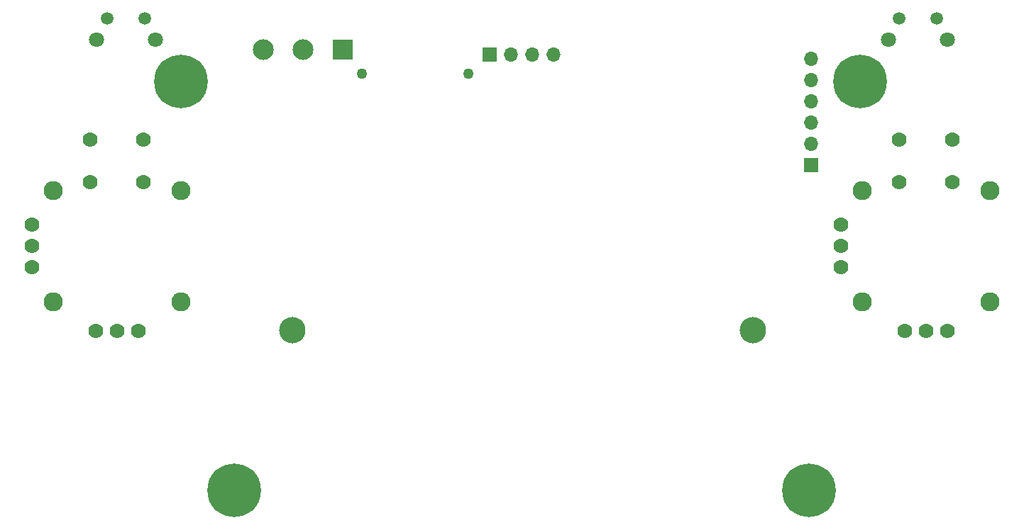
<source format=gbr>
%TF.GenerationSoftware,KiCad,Pcbnew,5.1.12-84ad8e8a86~92~ubuntu18.04.1*%
%TF.CreationDate,2021-12-07T10:10:18-05:00*%
%TF.ProjectId,Makers-Unified-Controller,4d616b65-7273-42d5-956e-69666965642d,rev?*%
%TF.SameCoordinates,Original*%
%TF.FileFunction,Soldermask,Bot*%
%TF.FilePolarity,Negative*%
%FSLAX46Y46*%
G04 Gerber Fmt 4.6, Leading zero omitted, Abs format (unit mm)*
G04 Created by KiCad (PCBNEW 5.1.12-84ad8e8a86~92~ubuntu18.04.1) date 2021-12-07 10:10:18*
%MOMM*%
%LPD*%
G01*
G04 APERTURE LIST*
%ADD10C,1.263000*%
%ADD11C,3.150000*%
%ADD12C,1.778000*%
%ADD13C,2.286000*%
%ADD14C,1.498600*%
%ADD15C,1.803400*%
%ADD16R,2.475000X2.475000*%
%ADD17C,2.475000*%
%ADD18O,1.700000X1.700000*%
%ADD19R,1.700000X1.700000*%
%ADD20C,0.800000*%
%ADD21C,6.400000*%
G04 APERTURE END LIST*
D10*
%TO.C,BT1*%
X142240000Y-61910000D03*
X154940000Y-61910000D03*
D11*
X133940000Y-92610000D03*
X188940000Y-92610000D03*
%TD*%
D12*
%TO.C,U1*%
X109855000Y-69850000D03*
X116205000Y-69850000D03*
X109855000Y-74930000D03*
X116205000Y-74930000D03*
X110490000Y-92710000D03*
X113030000Y-92710000D03*
X115570000Y-92710000D03*
D13*
X105410000Y-75882500D03*
X105410000Y-89217500D03*
X120650000Y-89217500D03*
X120650000Y-75882500D03*
D12*
X102870000Y-80010000D03*
X102870000Y-82550000D03*
X102870000Y-85090000D03*
%TD*%
%TO.C,U4*%
X206375000Y-69850000D03*
X212725000Y-69850000D03*
X206375000Y-74930000D03*
X212725000Y-74930000D03*
X207010000Y-92710000D03*
X209550000Y-92710000D03*
X212090000Y-92710000D03*
D13*
X201930000Y-75882500D03*
X201930000Y-89217500D03*
X217170000Y-89217500D03*
X217170000Y-75882500D03*
D12*
X199390000Y-80010000D03*
X199390000Y-82550000D03*
X199390000Y-85090000D03*
%TD*%
D14*
%TO.C,SW5*%
X116332000Y-55372000D03*
X111831999Y-55372000D03*
D15*
X117587000Y-57862299D03*
X110576999Y-57862299D03*
%TD*%
D14*
%TO.C,SW4*%
X210820000Y-55372000D03*
X206319999Y-55372000D03*
D15*
X212075000Y-57862299D03*
X205064999Y-57862299D03*
%TD*%
D16*
%TO.C,SW1*%
X140005000Y-59055000D03*
D17*
X135255000Y-59055000D03*
X130505000Y-59055000D03*
%TD*%
D18*
%TO.C,J2*%
X195834000Y-60198000D03*
X195834000Y-62738000D03*
X195834000Y-65278000D03*
X195834000Y-67818000D03*
X195834000Y-70358000D03*
D19*
X195834000Y-72898000D03*
%TD*%
D20*
%TO.C,H4*%
X197277056Y-110062944D03*
X195580000Y-109360000D03*
X193882944Y-110062944D03*
X193180000Y-111760000D03*
X193882944Y-113457056D03*
X195580000Y-114160000D03*
X197277056Y-113457056D03*
X197980000Y-111760000D03*
D21*
X195580000Y-111760000D03*
%TD*%
D20*
%TO.C,H3*%
X122347056Y-61167944D03*
X120650000Y-60465000D03*
X118952944Y-61167944D03*
X118250000Y-62865000D03*
X118952944Y-64562056D03*
X120650000Y-65265000D03*
X122347056Y-64562056D03*
X123050000Y-62865000D03*
D21*
X120650000Y-62865000D03*
%TD*%
D20*
%TO.C,H2*%
X203419112Y-61167944D03*
X201722056Y-60465000D03*
X200025000Y-61167944D03*
X199322056Y-62865000D03*
X200025000Y-64562056D03*
X201722056Y-65265000D03*
X203419112Y-64562056D03*
X204122056Y-62865000D03*
D21*
X201722056Y-62865000D03*
%TD*%
D20*
%TO.C,H1*%
X128697056Y-110062944D03*
X127000000Y-109360000D03*
X125302944Y-110062944D03*
X124600000Y-111760000D03*
X125302944Y-113457056D03*
X127000000Y-114160000D03*
X128697056Y-113457056D03*
X129400000Y-111760000D03*
D21*
X127000000Y-111760000D03*
%TD*%
D18*
%TO.C,A1*%
X165100000Y-59690000D03*
X162560000Y-59690000D03*
X160020000Y-59690000D03*
D19*
X157480000Y-59690000D03*
%TD*%
M02*

</source>
